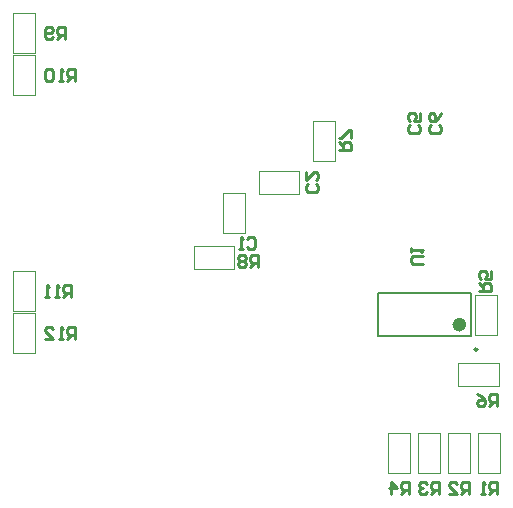
<source format=gbo>
G04 Layer_Color=32896*
%FSLAX25Y25*%
%MOIN*%
G70*
G01*
G75*
%ADD16C,0.01000*%
%ADD30C,0.00984*%
%ADD33C,0.00787*%
%ADD53C,0.02362*%
%ADD54C,0.00394*%
D16*
X73300Y-103936D02*
Y-99937D01*
X71301D01*
X70634Y-100604D01*
Y-101937D01*
X71301Y-102603D01*
X73300D01*
X71967D02*
X70634Y-103936D01*
X67302D02*
Y-99937D01*
X69301Y-101937D01*
X66636D01*
X83300Y-103936D02*
Y-99937D01*
X81301D01*
X80634Y-100604D01*
Y-101937D01*
X81301Y-102603D01*
X83300D01*
X81967D02*
X80634Y-103936D01*
X79301Y-100604D02*
X78635Y-99937D01*
X77302D01*
X76635Y-100604D01*
Y-101270D01*
X77302Y-101937D01*
X77968D01*
X77302D01*
X76635Y-102603D01*
Y-103270D01*
X77302Y-103936D01*
X78635D01*
X79301Y-103270D01*
X93300Y-103936D02*
Y-99937D01*
X91301D01*
X90634Y-100604D01*
Y-101937D01*
X91301Y-102603D01*
X93300D01*
X91967D02*
X90634Y-103936D01*
X86636D02*
X89301D01*
X86636Y-101270D01*
Y-100604D01*
X87302Y-99937D01*
X88635D01*
X89301Y-100604D01*
X102700Y-103936D02*
Y-99937D01*
X100701D01*
X100034Y-100604D01*
Y-101937D01*
X100701Y-102603D01*
X102700D01*
X101367D02*
X100034Y-103936D01*
X98701D02*
X97368D01*
X98035D01*
Y-99937D01*
X98701Y-100604D01*
X77999Y-27000D02*
X74666D01*
X74000Y-26334D01*
Y-25001D01*
X74666Y-24334D01*
X77999D01*
X74000Y-23001D02*
Y-21668D01*
Y-22335D01*
X77999D01*
X77332Y-23001D01*
X-38100Y-52036D02*
Y-48037D01*
X-40099D01*
X-40766Y-48704D01*
Y-50037D01*
X-40099Y-50703D01*
X-38100D01*
X-39433D02*
X-40766Y-52036D01*
X-42099D02*
X-43432D01*
X-42765D01*
Y-48037D01*
X-42099Y-48704D01*
X-48097Y-52036D02*
X-45431D01*
X-48097Y-49370D01*
Y-48704D01*
X-47430Y-48037D01*
X-46097D01*
X-45431Y-48704D01*
X-41400Y47964D02*
Y51963D01*
X-43399D01*
X-44066Y51296D01*
Y49963D01*
X-43399Y49297D01*
X-41400D01*
X-42733D02*
X-44066Y47964D01*
X-45399Y48630D02*
X-46065Y47964D01*
X-47398D01*
X-48065Y48630D01*
Y51296D01*
X-47398Y51963D01*
X-46065D01*
X-45399Y51296D01*
Y50630D01*
X-46065Y49963D01*
X-48065D01*
X-39400Y-38036D02*
Y-34038D01*
X-41399D01*
X-42066Y-34704D01*
Y-36037D01*
X-41399Y-36703D01*
X-39400D01*
X-40733D02*
X-42066Y-38036D01*
X-43399D02*
X-44732D01*
X-44065D01*
Y-34038D01*
X-43399Y-34704D01*
X-46731Y-38036D02*
X-48064D01*
X-47397D01*
Y-34038D01*
X-46731Y-34704D01*
X-38100Y33964D02*
Y37962D01*
X-40099D01*
X-40766Y37296D01*
Y35963D01*
X-40099Y35297D01*
X-38100D01*
X-39433D02*
X-40766Y33964D01*
X-42099D02*
X-43432D01*
X-42765D01*
Y37962D01*
X-42099Y37296D01*
X-45431D02*
X-46097Y37962D01*
X-47430D01*
X-48097Y37296D01*
Y34630D01*
X-47430Y33964D01*
X-46097D01*
X-45431Y34630D01*
Y37296D01*
X102500Y-74500D02*
Y-70501D01*
X100501D01*
X99834Y-71168D01*
Y-72501D01*
X100501Y-73167D01*
X102500D01*
X101167D02*
X99834Y-74500D01*
X95836Y-70501D02*
X97168Y-71168D01*
X98501Y-72501D01*
Y-73834D01*
X97835Y-74500D01*
X96502D01*
X95836Y-73834D01*
Y-73167D01*
X96502Y-72501D01*
X98501D01*
X96500Y-36000D02*
X100499D01*
Y-34001D01*
X99832Y-33334D01*
X98499D01*
X97833Y-34001D01*
Y-36000D01*
Y-34667D02*
X96500Y-33334D01*
X100499Y-29335D02*
Y-32001D01*
X98499D01*
X99166Y-30668D01*
Y-30002D01*
X98499Y-29335D01*
X97166D01*
X96500Y-30002D01*
Y-31335D01*
X97166Y-32001D01*
X76332Y19330D02*
X76999Y18663D01*
Y17330D01*
X76332Y16664D01*
X73666D01*
X73000Y17330D01*
Y18663D01*
X73666Y19330D01*
X76999Y23328D02*
Y20662D01*
X74999D01*
X75666Y21995D01*
Y22662D01*
X74999Y23328D01*
X73666D01*
X73000Y22662D01*
Y21329D01*
X73666Y20662D01*
X83332Y19330D02*
X83999Y18663D01*
Y17330D01*
X83332Y16664D01*
X80666D01*
X80000Y17330D01*
Y18663D01*
X80666Y19330D01*
X83999Y23328D02*
X83332Y21995D01*
X81999Y20662D01*
X80666D01*
X80000Y21329D01*
Y22662D01*
X80666Y23328D01*
X81333D01*
X81999Y22662D01*
Y20662D01*
X42332Y-334D02*
X42999Y-1001D01*
Y-2334D01*
X42332Y-3000D01*
X39666D01*
X39000Y-2334D01*
Y-1001D01*
X39666Y-334D01*
X39000Y3664D02*
Y999D01*
X41666Y3664D01*
X42332D01*
X42999Y2998D01*
Y1665D01*
X42332Y999D01*
X50000Y11000D02*
X53999D01*
Y12999D01*
X53332Y13666D01*
X51999D01*
X51333Y12999D01*
Y11000D01*
Y12333D02*
X50000Y13666D01*
X53999Y14999D02*
Y17664D01*
X53332D01*
X50666Y14999D01*
X50000D01*
X23000Y-28000D02*
Y-24001D01*
X21001D01*
X20334Y-24668D01*
Y-26001D01*
X21001Y-26667D01*
X23000D01*
X21667D02*
X20334Y-28000D01*
X19001Y-24668D02*
X18335Y-24001D01*
X17002D01*
X16335Y-24668D01*
Y-25334D01*
X17002Y-26001D01*
X16335Y-26667D01*
Y-27334D01*
X17002Y-28000D01*
X18335D01*
X19001Y-27334D01*
Y-26667D01*
X18335Y-26001D01*
X19001Y-25334D01*
Y-24668D01*
X18335Y-26001D02*
X17002D01*
X19334Y-18668D02*
X20001Y-18001D01*
X21334D01*
X22000Y-18668D01*
Y-21334D01*
X21334Y-22000D01*
X20001D01*
X19334Y-21334D01*
X18001Y-22000D02*
X16668D01*
X17335D01*
Y-18001D01*
X18001Y-18668D01*
D30*
X96118Y-55614D02*
G03*
X96118Y-55614I-492J0D01*
G01*
D33*
X62949Y-51284D02*
X94051D01*
X62949Y-36716D02*
X94051D01*
Y-51284D02*
Y-36716D01*
X62949Y-51284D02*
Y-36716D01*
D53*
X91295Y-47346D02*
G03*
X91295Y-47346I-1181J0D01*
G01*
D54*
X73740Y-96693D02*
Y-83307D01*
X66260D02*
X73740D01*
X66260Y-96693D02*
Y-83307D01*
Y-96693D02*
X73740D01*
X83740D02*
Y-83307D01*
X76260D02*
X83740D01*
X76260Y-96693D02*
Y-83307D01*
Y-96693D02*
X83740D01*
X93740D02*
Y-83307D01*
X86260D02*
X93740D01*
X86260Y-96693D02*
Y-83307D01*
Y-96693D02*
X93740D01*
X103740D02*
Y-83307D01*
X96260D02*
X103740D01*
X96260Y-96693D02*
Y-83307D01*
Y-96693D02*
X103740D01*
X-51260Y-56693D02*
Y-43307D01*
X-58740D02*
X-51260D01*
X-58740Y-56693D02*
Y-43307D01*
Y-56693D02*
X-51260D01*
X-58740Y43307D02*
Y56693D01*
Y43307D02*
X-51260D01*
Y56693D01*
X-58740D02*
X-51260D01*
X-58740Y-42693D02*
Y-29307D01*
Y-42693D02*
X-51260D01*
Y-29307D01*
X-58740D02*
X-51260D01*
Y29307D02*
Y42693D01*
X-58740D02*
X-51260D01*
X-58740Y29307D02*
Y42693D01*
Y29307D02*
X-51260D01*
X89807Y-67740D02*
X103193D01*
Y-60260D01*
X89807D02*
X103193D01*
X89807Y-67740D02*
Y-60260D01*
X102740Y-50693D02*
Y-37307D01*
X95260D02*
X102740D01*
X95260Y-50693D02*
Y-37307D01*
Y-50693D02*
X102740D01*
X36693Y-3740D02*
Y3740D01*
X23307Y-3740D02*
X36693D01*
X23307D02*
Y3740D01*
X36693D01*
X41260Y7307D02*
X48740D01*
X41260D02*
Y20693D01*
X48740D01*
Y7307D02*
Y20693D01*
X1752Y-21260D02*
X15138D01*
X1752Y-28740D02*
Y-21260D01*
Y-28740D02*
X15138D01*
Y-21260D01*
X11260Y-16693D02*
X18740D01*
X11260D02*
Y-3307D01*
X18740D01*
Y-16693D02*
Y-3307D01*
M02*

</source>
